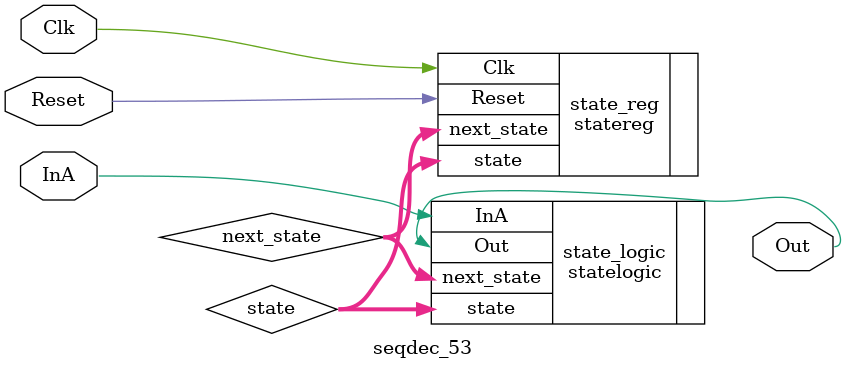
<source format=v>
module seqdec_53(InA, Clk, Reset, Out);
	input InA;
	input Clk;
	input Reset;
	output Out;

	wire [3:0] state;
	wire [3:0] next_state;

	statereg state_reg(.state(state), .next_state(next_state), .Clk(Clk), .Reset(Reset));
	statelogic state_logic(.next_state(next_state), .Out(Out), .state(state), .InA(InA));

endmodule

</source>
